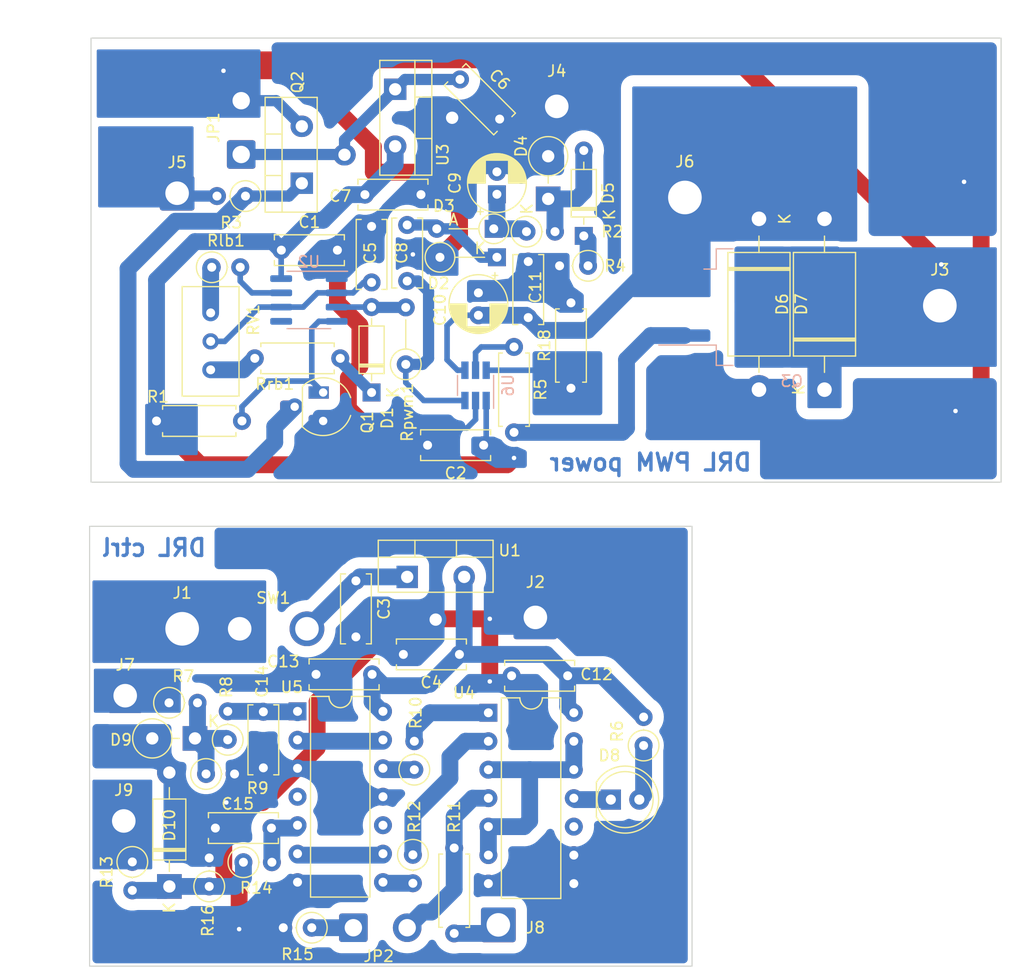
<source format=kicad_pcb>
(kicad_pcb (version 20221018) (generator pcbnew)
  (layers (0 "F.Cu" signal) (31 "B.Cu" signal) (34 "B.Paste" user) (35 "F.Paste" user) (36 "B.SilkS" user "B.Silkscreen") (37 "F.SilkS" user "F.Silkscreen") (38 "B.Mask" user) (39 "F.Mask" user) (44 "Edge.Cuts" user))
  (net 0 "")
  (net 1 "VCC2")
  (net 2 "GND2")
  (net 3 "GND")
  (net 4 "+BATT2")
  (net 5 "/U1_TR")
  (net 6 "Net-(JP1-A)")
  (net 7 "Net-(D3-K)")
  (net 8 "/V_BOOTSTRAP")
  (net 9 "Net-(D1-K)")
  (net 10 "/PWM")
  (net 11 "Net-(D5-K)")
  (net 12 "GND3")
  (net 13 "Net-(C14-Pad1)")
  (net 14 "Net-(C15-Pad1)")
  (net 15 "+BATT")
  (net 16 "VCC")
  (net 17 "/DOUBLED_VCC2")
  (net 18 "/HEADLIGHT")
  (net 19 "Net-(D8-K)")
  (net 20 "/HIGHBEAM")
  (net 21 "Net-(JP2-A)")
  (net 22 "Net-(JP2-B)")
  (net 23 "Net-(Q1-C)")
  (net 24 "/ALLOW_POWER_ON")
  (net 25 "Net-(U6-HO)")
  (net 26 "Net-(RV1-Pad3)")
  (net 27 "/U1_DISCH")
  (net 28 "Net-(RV1-Pad1)")
  (net 29 "Net-(SW1-B)")
  (net 31 "Net-(U4-Pad12)")
  (net 33 "Net-(U5-Pad13)")
  (net 35 "Net-(U5-Pad6)")
  (net 37 "Net-(D2-K)")
  (net 38 "Net-(D8-A)")
  (net 39 "Net-(Q3-G)")
  (net 40 "Net-(D9-K)")
  (net 41 "Net-(D10-K)")
  (net 42 "Net-(R10-Pad1)")
  (net 43 "Net-(R10-Pad2)")
  (net 44 "Net-(D1-A)")
  (net 45 "Net-(J5-Pin_1)")
  (net 46 "Net-(J8-Pin_1)")
  (net 47 "Net-(R12-Pad1)")
  (net 48 "Net-(R12-Pad2)")
  (net 49 "Net-(U6-VB)")
  (footprint "Capacitor_THT:C_Disc_D6.0mm_W2.5mm_P5.00mm" (layer "F.Cu") (at 47.117 68.62 -90)
    (fp_text reference "C3")
    (fp_text value "0.33uF")
  )
  (footprint "Capacitor_THT:CP_Radial_D5.0mm_P2.00mm" (layer "F.Cu") (at 58.039 42.926 -90)
    (fp_text reference "C10")
    (fp_text value "4.7uF")
  )
  (footprint "Capacitor_THT:C_Disc_D6.0mm_W2.5mm_P5.00mm" (layer "F.Cu") (at 56.348 75.184 180)
    (fp_text reference "C4")
    (fp_text value "0.1uF")
  )
  (footprint "Resistor_THT:R_Axial_DIN0207_L6.3mm_D2.5mm_P2.54mm_Vertical" (layer "F.Cu") (at 34.261 40.64)
    (fp_text reference "Rlb1")
    (fp_text value "51k")
  )
  (footprint "LED_THT:LED_D5.0mm" (layer "F.Cu") (at 69.85 88.138)
    (fp_text reference "D8")
    (fp_text value "LED")
  )
  (footprint "LIB:TO-220-3_Vertical-mod2" (layer "F.Cu") (at 50.617 24.765 -90)
    (fp_text reference "U3")
    (fp_text value "L7812")
  )
  (footprint "Potentiometer_THT:Potentiometer_Bourns_3296W_Vertical" (layer "F.Cu") (at 34.163 49.794 -90)
    (fp_text reference "RV1")
    (fp_text value "51k")
  )
  (footprint "Capacitor_THT:C_Disc_D6.0mm_W2.5mm_P5.00mm" (layer "F.Cu") (at 47.919 34.163)
    (fp_text reference "C7")
    (fp_text value "0.1uF")
  )
  (footprint "Resistor_THT:R_Axial_DIN0207_L6.3mm_D2.5mm_P2.54mm_Vertical" (layer "F.Cu") (at 35.687 82.804 90)
    (fp_text reference "R8")
    (fp_text value "47k")
  )
  (footprint "Capacitor_THT:C_Disc_D6.0mm_W2.5mm_P5.00mm" (layer "F.Cu") (at 66 77.089 180)
    (fp_text reference "C12")
    (fp_text value "0.1uF")
  )
  (footprint "Capacitor_THT:C_Disc_D6.0mm_W2.5mm_P5.00mm" (layer "F.Cu") (at 58.507 56.515 180)
    (fp_text reference "C2")
    (fp_text value "0.1u")
  )
  (footprint "Capacitor_THT:C_Disc_D6.0mm_W2.5mm_P5.00mm" (layer "F.Cu") (at 39.584 90.678 180)
    (fp_text reference "C15")
    (fp_text value "0.33uF")
  )
  (footprint "Diode_THT:D_DO-41_SOD81_P3.81mm_Vertical_KathodeUp" (layer "F.Cu") (at 64.262 34.544 90)
    (fp_text reference "D4")
    (fp_text value "1N4746A, 18V")
  )
  (footprint "Capacitor_THT:C_Disc_D6.0mm_W2.5mm_P5.00mm" (layer "F.Cu") (at 48.561 76.962 180)
    (fp_text reference "C13")
    (fp_text value "0.1uF")
  )
  (footprint "Resistor_THT:R_Axial_DIN0207_L6.3mm_D2.5mm_P2.54mm_Vertical" (layer "F.Cu") (at 27.178 93.696999 -90)
    (fp_text reference "R13")
    (fp_text value "1k")
  )
  (footprint "Connector_Wire:SolderWire-1.5sqmm_1x01_D1.7mm_OD3mm" (layer "F.Cu") (at 59.817 99.314)
    (fp_text reference "J8")
    (fp_text value "Conn_01x01_Pin")
  )
  (footprint "Resistor_THT:R_Axial_DIN0207_L6.3mm_D2.5mm_P7.62mm_Horizontal" (layer "F.Cu") (at 45.72 48.768 180)
    (fp_text reference "Rrb1")
    (fp_text value "1k")
  )
  (footprint "Capacitor_THT:C_Disc_D6.0mm_W2.5mm_P5.00mm" (layer "F.Cu") (at 51.689 36.87 -90)
    (fp_text reference "C8")
    (fp_text value "100nF")
  )
  (footprint "Resistor_THT:R_Axial_DIN0207_L6.3mm_D2.5mm_P2.54mm_Vertical" (layer "F.Cu") (at 67.818 40.513 180)
    (fp_text reference "R4")
    (fp_text value "51")
  )
  (footprint "Resistor_THT:R_Axial_DIN0207_L6.3mm_D2.5mm_P7.62mm_Horizontal" (layer "F.Cu") (at 29.337 54.356)
    (fp_text reference "R1")
    (fp_text value "10k..100k")
  )
  (footprint "Resistor_THT:R_Axial_DIN0207_L6.3mm_D2.5mm_P7.62mm_Horizontal" (layer "F.Cu") (at 55.88 92.456 -90)
    (fp_text reference "R11")
    (fp_text value "100")
  )
  (footprint "Resistor_THT:R_Axial_DIN0207_L6.3mm_D2.5mm_P7.62mm_Horizontal" (layer "F.Cu") (at 66.294 51.435 90)
    (fp_text reference "R18")
    (fp_text value "0R")
  )
  (footprint "Connector_Wire:SolderWire-1.5sqmm_1x01_D1.7mm_OD3mm" (layer "F.Cu") (at 26.543 78.867)
    (fp_text reference "J7")
    (fp_text value "Conn_01x01_Socket")
  )
  (footprint "Capacitor_THT:C_Disc_D6.0mm_W2.5mm_P5.00mm" (layer "F.Cu") (at 40.466 39.116)
    (fp_text reference "C1")
    (fp_text value "0.1u")
  )
  (footprint "Resistor_THT:R_Axial_DIN0207_L6.3mm_D2.5mm_P2.54mm_Vertical" (layer "F.Cu") (at 72.771 83.312 90)
    (fp_text reference "R6")
    (fp_text value "R")
  )
  (footprint "Capacitor_THT:C_Disc_D6.0mm_W2.5mm_P5.00mm" (layer "F.Cu") (at 56.398233 23.886233 -45)
    (fp_text reference "C6")
    (fp_text value "0.33uF")
  )
  (footprint "Resistor_THT:R_Axial_DIN0207_L6.3mm_D2.5mm_P2.54mm_Vertical" (layer "F.Cu") (at 52.324 85.471 90)
    (fp_text reference "R10")
    (fp_text value "1k")
  )
  (footprint "Capacitor_THT:CP_Radial_D5.0mm_P2.00mm" (layer "F.Cu") (at 59.69 34.131001 90)
    (fp_text reference "C9")
    (fp_text value "1uF")
  )
  (footprint "Connector_Wire:SolderWire-0.75sqmm_1x02_P4.8mm_D1.25mm_OD2.3mm" (layer "F.Cu") (at 36.8875 30.581001 90)
    (fp_text reference "JP1")
    (fp_text value "Jumper_2_Open")
  )
  (footprint "Resistor_THT:R_Axial_DIN0207_L6.3mm_D2.5mm_P7.62mm_Horizontal" (layer "F.Cu") (at 61.214 47.752 -90)
    (fp_text reference "R5")
    (fp_text value "1k")
  )
  (footprint "Connector_Wire:SolderWire-1.5sqmm_1x01_D1.7mm_OD3mm" (layer "F.Cu") (at 26.416 90.043)
    (fp_text reference "J9")
    (fp_text value "Conn_01x01_Socket")
  )
  (footprint "Capacitor_THT:C_Disc_D6.0mm_W2.5mm_P5.00mm" (layer "F.Cu") (at 62.484 40.132 -90)
    (fp_text reference "C11")
    (fp_text value "100nF")
  )
  (footprint "Connector_Wire:SolderWire-2.5sqmm_1x01_D2.4mm_OD3.6mm" (layer "F.Cu") (at 31.623 72.898)
    (fp_text reference "J1")
    (fp_text value "Conn_01x01_Socket")
  )
  (footprint "Resistor_THT:R_Axial_DIN0207_L6.3mm_D2.5mm_P2.54mm_Vertical" (layer "F.Cu") (at 33.753 85.852)
    (fp_text reference "R9")
    (fp_text value "100k")
  )
  (footprint "Diode_THT:D_DO-201AE_P15.24mm_Horizontal" (layer "F.Cu") (at 83.058 36.322 -90)
    (fp_text reference "D7")
    (fp_text value "1.5KE18A")
  )
  (footprint "Connector_Wire:SolderWire-1.5sqmm_1x02_P6mm_D1.7mm_OD3mm" (layer "F.Cu") (at 36.751 72.898)
    (fp_text reference "SW1")
    (fp_text value "SW_SPST")
  )
  (footprint "Diode_THT:D_DO-35_SOD27_P7.62mm_Horizontal" (layer "F.Cu") (at 48.514 51.816 90)
    (fp_text reference "D1")
    (fp_text value "BAT42")
  )
  (footprint "Capacitor_THT:C_Disc_D6.0mm_W2.5mm_P5.00mm" (layer "F.Cu") (at 38.862 80.304 -90)
    (fp_text reference "C14")
    (fp_text value "0.33uF")
  )
  (footprint "Resistor_THT:R_Axial_DIN0207_L6.3mm_D2.5mm_P5.08mm_Vertical" (layer "F.Cu") (at 51.562 49.305 90)
    (fp_text reference "Rpwm1")
    (fp_text value "1k")
  )
  (footprint "Resistor_THT:R_Axial_DIN0207_L6.3mm_D2.5mm_P2.54mm_Vertical" (layer "F.Cu") (at 37.084 93.726)
    (fp_text reference "R14")
    (fp_text value "47k")
  )
  (footprint "Diode_THT:D_DO-35_SOD27_P5.08mm_Vertical_AnodeUp" (layer "F.Cu") (at 59.407315 37.211 180)
    (fp_text reference "D3")
    (fp_text value "BAT42")
  )
  (footprint "Connector_Wire:SolderWire-1.5sqmm_1x01_D1.7mm_OD3.9mm" (layer "F.Cu") (at 63.119 71.882)
    (fp_text reference "J2")
    (fp_text value "Conn_01x01_Socket")
  )
  (footprint "Connector_Wire:SolderWire-2.5sqmm_1x01_D2.4mm_OD3.6mm" (layer "F.Cu") (at 76.454 34.417)
    (fp_text reference "J6")
    (fp_text value "Conn_01x01_Socket")
  )
  (footprint "Resistor_THT:R_Axial_DIN0207_L6.3mm_D2.5mm_P2.54mm_Vertical" (layer "F.Cu") (at 34.036 95.885 90)
    (fp_text reference "R16")
    (fp_text value "100k")
  )
  (footprint "Diode_THT:D_DO-35_SOD27_P7.62mm_Horizontal" (layer "F.Cu") (at 67.437 37.846 90)
    (fp_text reference "D5")
    (fp_text value "1N4148")
  )
  (footprint "Diode_THT:D_DO-41_SOD81_P10.16mm_Horizontal" (layer "F.Cu") (at 30.48 95.885 90)
    (fp_text reference "D10")
    (fp_text value "1N4742A")
  )
  (footprint "Resistor_THT:R_Axial_DIN0207_L6.3mm_D2.5mm_P2.54mm_Vertical" (layer "F.Cu") (at 30.451 79.502)
    (fp_text reference "R7")
    (fp_text value "1k")
  )
  (footprint "LIB:TO-220-3_Vertical-mod" (layer "F.Cu") (at 51.689 68.2685)
    (fp_text reference "U1")
    (fp_text value "L7812")
  )
  (footprint "Diode_THT:D_DO-41_SOD81_P3.81mm_Vertical_KathodeUp" (layer "F.Cu") (at 32.765999 82.677 180)
    (fp_text reference "D9")
    (fp_text value "1N4742A")
  )
  (footprint "Package_DIP:DIP-14_W7.62mm" (layer "F.Cu") (at 58.928 80.391)
    (fp_text reference "U4")
    (fp_text value "4001")
  )
  (footprint "Diode_THT:D_DO-35_SOD27_P5.08mm_Vertical_KathodeUp" (layer "F.Cu") (at 59.69 39.751 180)
    (fp_text reference "D2")
    (fp_text value "BAT42")
  )
  (footprint "Resistor_THT:R_Axial_DIN0207_L6.3mm_D2.5mm_P2.54mm_Vertical" (layer "F.Cu") (at 37.2685 34.29 180)
    (fp_text reference "R3")
    (fp_text value "10k")
  )
  (footprint "Resistor_THT:R_Axial_DIN0207_L6.3mm_D2.5mm_P2.54mm_Vertical" (layer "F.Cu") (at 43.18 99.568 180)
    (fp_text reference "R15")
    (fp_text value "R")
  )
  (footprint "Connector_Wire:SolderWire-1.5sqmm_1x01_D1.7mm_OD3mm" (layer "F.Cu") (at 31.1725 34.036)
    (fp_text reference "J5")
    (fp_text value "Conn_01x01_Socket")
  )
  (footprint "Connector_Wire:SolderWire-2.5sqmm_1x01_D2.4mm_OD3.6mm" (layer "F.Cu") (at 99.187 44.069)
    (fp_text reference "J3")
    (fp_text value "Conn_01x01_Socket")
  )
  (footprint "Resistor_THT:R_Axial_DIN0207_L6.3mm_D2.5mm_P2.54mm_Vertical" (layer "F.Cu") (at 52.197 93.061999 -90)
    (fp_text reference "R12")
    (fp_text value "1k")
  )
  (footprint "Connector_Wire:SolderWire-1.5sqmm_1x01_D1.7mm_OD3.9mm" (layer "F.Cu") (at 65.024 26.289)
    (fp_text reference "J4")
    (fp_text value "Conn_01x01_Socket")
  )
  (footprint "LIB:TO-220-3_Vertical-mod" (layer "F.Cu") (at 42.291 33.147 90)
    (fp_text reference "Q2")
    (fp_text value "IRF9540N")
  )
  (footprint "Resistor_THT:R_Axial_DIN0207_L6.3mm_D2.5mm_P2.54mm_Vertical" (layer "F.Cu") (at 62.328 37.465)
    (fp_text reference "R2")
    (fp_text value "1k")
  )
  (footprint "Diode_THT:D_DO-201AE_P15.24mm_Horizontal" (layer "F.Cu") (at 88.9 51.562 90)
    (fp_text reference "D6")
    (fp_text value "1.5KE18A")
  )
  (footprint "LIB:TO-92_HandSolder2" (layer "F.Cu") (at 44.196 51.816 -90)
    (fp_text reference "Q1")
    (fp_text value "BC548")
  )
  (footprint "Capacitor_THT:C_Disc_D6.0mm_W2.5mm_P5.00mm" (layer "F.Cu") (at 48.514 41.997 90)
    (fp_text reference "C5")
    (fp_text value "33n")
  )
  (footprint "Connector_Wire:SolderWire-0.75sqmm_1x02_P4.8mm_D1.25mm_OD2.3mm" (layer "F.Cu") (at 46.888999 99.568)
    (fp_text reference "JP2")
    (fp_text value "Jumper_2_Open")
  )
  (footprint "Package_DIP:DIP-14_W7.62mm" (layer "F.Cu") (at 41.91 80.264)
    (fp_text reference "U5")
    (fp_text value "4069")
  )
  (footprint "Package_TO_SOT_SMD:SOT-23-6_Handsoldering" (layer "B.Cu") (at 57.785 51.181 90)
    (fp_text reference "U6")
    (fp_text value "IRS10752LPbF")
  )
  (footprint "Package_TO_SOT_SMD:TO-263-2" (layer "B.Cu") (at 84.074 44.196)
    (fp_text reference "Q3")
    (fp_text value "IRFB3004PbF")
  )
  (footprint "Package_SO:SOIC-8_3.9x4.9mm_P1.27mm" (layer "B.Cu") (at 42.926 43.561 180)
    (fp_text reference "U2")
    (fp_text value "TLC555xP")
  )
  (gr_rect (start 23.495 20.193) (end 104.648 59.817) (stroke (width 0.1)) (fill none) (layer "Edge.Cuts"))
  (gr_rect (start 23.368 63.754) (end 77.089 102.997) (stroke (width 0.1)) (fill none) (layer "Edge.Cuts"))
  (gr_text "DRL PWM power" (at 82.55 58.928) (layer "B.Cu") (effects (font (size 1.5 1.5) (thickness 0.3) bold) (justify left bottom mirror)))
  (gr_text "DRL ctrl" (at 33.909 66.548) (layer "B.Cu") (effects (font (size 1.5 1.5) (thickness 0.3) bold) (justify left bottom mirror)))
  (segment (start 60.607 58.265) (end 61.214 57.658) (width 1.5) (layer "F.Cu") (net 1))
  (segment (start 29.337 54.356) (end 33.246 58.265) (width 1.5) (layer "F.Cu") (net 1))
  (segment (start 33.246 58.265) (end 60.607 58.265) (width 1.5) (layer "F.Cu") (net 1))
  (via (at 61.214 57.658) (size 0.8) (drill 0.4) (layers "F.Cu" "B.Cu") (net 1))
  (segment (start 40.451 39.131) (end 40.466 39.116) (width 0.5) (layer "B.Cu") (net 1))
  (segment (start 40.466 39.116) (end 43.133 36.449) (width 1.5) (layer "B.Cu") (net 1))
  (segment (start 50.617 31.465) (end 47.919 34.163) (width 1.5) (layer "B.Cu") (net 1))
  (segment (start 40.451 41.656) (end 40.451 39.131) (width 0.5) (layer "B.Cu") (net 1))
  (segment (start 32.766 38.354) (end 39.704 38.354) (width 1.5) (layer "B.Cu") (net 1))
  (segment (start 58.735 56.287) (end 58.507 56.515) (width 0.5) (layer "B.Cu") (net 1))
  (segment (start 43.133 36.449) (end 44.196 36.449) (width 1.5) (layer "B.Cu") (net 1))
  (segment (start 39.704 38.354) (end 40.466 39.116) (width 1.5) (layer "B.Cu") (net 1))
  (segment (start 50.617 29.845) (end 50.617 31.465) (width 1.5) (layer "B.Cu") (net 1))
  (segment (start 44.196 36.449) (end 46.482 34.163) (width 1.5) (layer "B.Cu") (net 1))
  (segment (start 29.337 54.356) (end 29.337 41.783) (width 1.5) (layer "B.Cu") (net 1))
  (segment (start 46.482 34.163) (end 47.919 34.163) (width 1.5) (layer "B.Cu") (net 1))
  (segment (start 58.735 52.531) (end 58.735 56.287) (width 0.5) (layer "B.Cu") (net 1))
  (segment (start 29.337 41.783) (end 32.766 38.354) (width 1.5) (layer "B.Cu") (net 1))
  (segment (start 49.713 56.515) (end 46.444874 53.246874) (width 1.5) (layer "F.Cu") (net 2))
  (segment (start 47.47 45.819) (end 45.466 43.815) (width 1.5) (layer "F.Cu") (net 2))
  (segment (start 46.444874 53.246874) (end 46.444874 50.518) (width 1.5) (layer "F.Cu") (net 2))
  (segment (start 102.87 51.181) (end 102.87 34.544) (width 1.5) (layer "F.Cu") (net 2))
  (segment (start 102.87 34.544) (end 101.346 33.02) (width 1.5) (layer "F.Cu") (net 2))
  (segment (start 46.444874 50.518) (end 47.47 49.492874) (width 1.5) (layer "F.Cu") (net 2))
  (segment (start 47.47 49.492874) (end 47.47 45.819) (width 1.5) (layer "F.Cu") (net 2))
  (segment (start 100.584 53.467) (end 102.87 51.181) (width 1.5) (layer "F.Cu") (net 2))
  (segment (start 53.507 56.515) (end 49.713 56.515) (width 1.5) (layer "F.Cu") (net 2))
  (segment (start 45.466 43.815) (end 45.466 39.116) (width 1.5) (layer "F.Cu") (net 2))
  (via (at 101.346 33.02) (size 0.8) (drill 0.4) (layers "F.Cu" "B.Cu") (net 2))
  (via (at 100.584 53.467) (size 0.8) (drill 0.4) (layers "F.Cu" "B.Cu") (net 2))
  (segment (start 57.023 54.991) (end 55.031 54.991) (width 0.5) (layer "B.Cu") (net 2))
  (segment (start 64.262 27.051) (end 65.024 26.289) (width 1) (layer "B.Cu") (net 2))
  (segment (start 57.785 52.531) (end 57.785 54.229) (width 0.5) (layer "B.Cu") (net 2))
  (segment (start 57.785 54.229) (end 57.023 54.991) (width 0.5) (layer "B.Cu") (net 2))
  (segment (start 55.031 54.991) (end 53.507 56.515) (width 0.5) (layer "B.Cu") (net 2))
  (segment (start 55.813767 27.421767) (end 55.697 27.305) (width 1) (layer "B.Cu") (net 2))
  (segment (start 45.466 41.591) (end 45.401 41.656) (width 0.5) (layer "B.Cu") (net 2))
  (segment (start 59.055 77.597) (end 59.055 72.009) (width 1.5) (layer "F.Cu") (net 3))
  (segment (start 43.66 79.388126) (end 43.66 83.528874) (width 1.5) (layer "F.Cu") (net 3))
  (segment (start 38.796874 88.392) (end 35.56 88.392) (width 1.5) (layer "F.Cu") (net 3))
  (segment (start 35.334 88.618) (end 35.334 94.708126) (width 1.5) (layer "F.Cu") (net 3))
  (segment (start 35.334 94.708126) (end 36.703 96.077126) (width 1.5) (layer "F.Cu") (net 3))
  (segment (start 35.56 88.392) (end 35.334 88.618) (width 1.5) (layer "F.Cu") (net 3))
  (segment (start 59.055 72.009) (end 51.039126 72.009) (width 1.5) (layer "F.Cu") (net 3))
  (segment (start 43.66 83.528874) (end 38.796874 88.392) (width 1.5) (layer "F.Cu") (net 3))
  (segment (start 36.703 96.077126) (end 36.703 99.695) (width 1.5) (layer "F.Cu") (net 3))
  (segment (start 51.039126 72.009) (end 43.66 79.388126) (width 1.5) (layer "F.Cu") (net 3))
  (via (at 36.703 99.695) (size 0.8) (drill 0.4) (layers "F.Cu" "B.Cu") (net 3))
  (via (at 35.56 88.392) (size 0.8) (drill 0.4) (layers "F.Cu" "B.Cu") (net 3))
  (via (at 59.055 77.597) (size 0.8) (drill 0.4) (layers "F.Cu" "B.Cu") (net 3))
  (via (at 59.055 72.009) (size 0.8) (drill 0.4) (layers "F.Cu" "B.Cu") (net 3))
  (segment (start 51.348 75.184) (end 51.348 74.9595) (width 1.5) (layer "B.Cu") (net 3))
  (segment (start 43.561 76.962) (end 43.775 76.962) (width 1.5) (layer "B.Cu") (net 3))
  (segment (start 54.864 39.497) (end 56.36 38.001) (width 1.5) (layer "F.Cu") (net 4))
  (segment (start 48.667 29.871) (end 41.91 23.114) (width 1.5) (layer "F.Cu") (net 4))
  (segment (start 52.197 39.497) (end 54.864 39.497) (width 1.5) (layer "F.Cu") (net 4))
  (segment (start 41.91 23.114) (end 35.306 23.114) (width 1.5) (layer "F.Cu") (net 4))
  (segment (start 48.667 32.157) (end 48.667 29.871) (width 1.5) (layer "F.Cu") (net 4))
  (segment (start 56.36 38.001) (end 56.36 35.129126) (width 1.5) (layer "F.Cu") (net 4))
  (segment (start 81.064233 22.136233) (end 99.314 40.386) (width 1.5) (layer "F.Cu") (net 4))
  (segment (start 56.36 35.129126) (end 53.387874 32.157) (width 1.5) (layer "F.Cu") (net 4))
  (segment (start 36.283767 22.136233) (end 81.064233 22.136233) (width 1.5) (layer "F.Cu") (net 4))
  (segment (start 35.306 23.114) (end 36.283767 22.136233) (width 1.5) (layer "F.Cu") (net 4))
  (segment (start 53.387874 32.157) (end 48.667 32.157) (width 1.5) (layer "F.Cu") (net 4))
  (via (at 52.197 39.497) (size 0.8) (drill 0.4) (layers "F.Cu" "B.Cu") (net 4))
  (via (at 99.314 40.386) (size 0.8) (drill 0.4) (layers "F.Cu" "B.Cu") (net 4))
  (via (at 35.306 23.114) (size 0.8) (drill 0.4) (layers "F.Cu" "B.Cu") (net 4))
  (segment (start 40.005001 25.781001) (end 42.291 28.067) (width 1) (layer "B.Cu") (net 4))
  (segment (start 36.8875 25.781001) (end 40.005001 25.781001) (width 1) (layer "B.Cu") (net 4))
  (segment (start 40.451 44.196) (end 38.481 44.196) (width 0.5) (layer "B.Cu") (net 5))
  (segment (start 46.863 42.926) (end 47.792 41.997) (width 0.5) (layer "B.Cu") (net 5))
  (segment (start 38.481 44.196) (end 35.423 47.254) (width 0.5) (layer "B.Cu") (net 5))
  (segment (start 40.451 44.196) (end 42.418 44.196) (width 0.5) (layer "B.Cu") (net 5))
  (segment (start 45.401 42.926) (end 46.863 42.926) (width 0.5) (layer "B.Cu") (net 5))
  (segment (start 43.688 42.926) (end 45.401 42.926) (width 0.5) (layer "B.Cu") (net 5))
  (segment (start 42.418 44.196) (end 43.688 42.926) (width 0.5) (layer "B.Cu") (net 5))
  (segment (start 47.792 41.997) (end 48.514 41.997) (width 0.5) (layer "B.Cu") (net 5))
  (segment (start 35.423 47.254) (end 34.163 47.254) (width 0.5) (layer "B.Cu") (net 5))
  (segment (start 46.075001 30.581001) (end 46.101 30.607) (width 1) (layer "B.Cu") (net 6))
  (segment (start 51.495767 23.886233) (end 50.617 24.765) (width 1) (layer "B.Cu") (net 6))
  (segment (start 46.101 29.281) (end 50.617 24.765) (width 1) (layer "B.Cu") (net 6))
  (segment (start 46.101 30.607) (end 46.101 29.281) (width 1) (layer "B.Cu") (net 6))
  (segment (start 56.398233 23.886233) (end 51.495767 23.886233) (width 1) (layer "B.Cu") (net 6))
  (segment (start 36.8875 30.581001) (end 46.075001 30.581001) (width 1) (layer "B.Cu") (net 6))
  (segment (start 59.69 37.211) (end 62.074 37.211) (width 1.5) (layer "B.Cu") (net 7))
  (segment (start 59.69 34.131001) (end 59.69 37.211) (width 1.5) (layer "B.Cu") (net 7))
  (segment (start 62.074 37.211) (end 62.328 37.465) (width 1.5) (layer "B.Cu") (net 7))
  (segment (start 66.294 43.815) (end 66.167 43.815) (width 1.5) (layer "B.Cu") (net 8))
  (segment (start 45.72 49.022) (end 48.514 51.816) (width 1) (layer "B.Cu") (net 9))
  (segment (start 45.72 48.768) (end 45.72 49.022) (width 1) (layer "B.Cu") (net 9))
  (segment (start 53.594 48.768) (end 53.594 42.799) (width 1) (layer "B.Cu") (net 10))
  (segment (start 53.594 42.799) (end 52.665 41.87) (width 1) (layer "B.Cu") (net 10))
  (segment (start 53.057 49.305) (end 53.594 48.768) (width 1) (layer "B.Cu") (net 10))
  (segment (start 56.835 52.531) (end 53.166 52.531) (width 0.5) (layer "B.Cu") (net 10))
  (segment (start 53.166 52.531) (end 51.562 50.927) (width 0.5) (layer "B.Cu") (net 10))
  (segment (start 52.665 41.87) (end 51.689 41.87) (width 1) (layer "B.Cu") (net 10))
  (segment (start 51.562 50.927) (end 51.562 49.305) (width 0.5) (layer "B.Cu") (net 10))
  (segment (start 51.562 49.305) (end 53.057 49.305) (width 1) (layer "B.Cu") (net 10))
  (segment (start 67.818 38.227) (end 67.437 37.846) (width 1.5) (layer "B.Cu") (net 11))
  (segment (start 67.818 40.513) (end 67.818 38.227) (width 1.5) (layer "B.Cu") (net 11))
  (segment (start 62.278 44.926) (end 62.484 45.132) (width 1.5) (layer "B.Cu") (net 12))
  (segment (start 56.166 44.926) (end 58.039 44.926) (width 0.5) (layer "B.Cu") (net 12))
  (segment (start 63.627 46.275) (end 62.484 45.132) (width 1.5) (layer "B.Cu") (net 12))
  (segment (start 58.039 44.926) (end 62.278 44.926) (width 1.5) (layer "B.Cu") (net 12))
  (segment (start 63.627 46.275) (end 67.771 46.275) (width 1.5) (layer "B.Cu") (net 12))
  (segment (start 56.181 49.831) (end 55.245 48.895) (width 0.5) (layer "B.Cu") (net 12))
  (segment (start 56.835 49.831) (end 56.181 49.831) (width 0.5) (layer "B.Cu") (net 12))
  (segment (start 67.771 46.275) (end 72.39 41.656) (width 1.5) (layer "B.Cu") (net 12))
  (segment (start 55.245 48.895) (end 55.245 45.847) (width 0.5) (layer "B.Cu") (net 12))
  (segment (start 55.245 45.847) (end 56.166 44.926) (width 0.5) (layer "B.Cu") (net 12))
  (segment (start 72.39 41.656) (end 76.424 41.656) (width 1.5) (layer "B.Cu") (net 12))
  (segment (start 38.822 80.264) (end 38.862 80.304) (width 1.5) (layer "B.Cu") (net 13))
  (segment (start 38.862 80.304) (end 41.823 80.304) (width 1.5) (layer "B.Cu") (net 13))
  (segment (start 41.823 80.304) (end 41.91 80.391) (width 1.5) (layer "B.Cu") (net 13))
  (segment (start 35.687 80.264) (end 38.822 80.264) (width 1.5) (layer "B.Cu") (net 13))
  (segment (start 39.624 90.718) (end 39.584 90.678) (width 1.5) (layer "B.Cu") (net 14))
  (segment (start 39.624 93.726) (end 39.624 90.718) (width 1.5) (layer "B.Cu") (net 14))
  (segment (start 41.783 90.678) (end 41.91 90.551) (width 1.5) (layer "B.Cu") (net 14))
  (segment (start 39.584 90.678) (end 41.783 90.678) (width 1.5) (layer "B.Cu") (net 14))
  (segment (start 31.623 72.898) (end 36.751 72.898) (width 1.5) (layer "B.Cu") (net 15))
  (segment (start 66 77.089) (end 66 79.843) (width 1.5) (layer "B.Cu") (net 16))
  (segment (start 48.561 79.422) (end 49.53 80.391) (width 1.5) (layer "B.Cu") (net 16))
  (segment (start 69.088 77.089) (end 72.771 80.772) (width 1.5) (layer "B.Cu") (net 16))
  (segment (start 53.213 77.978) (end 53.34 77.851) (width 1.5) (layer "B.Cu") (net 16))
  (segment (start 49.577 77.978) (end 53.213 77.978) (width 1.5) (layer "B.Cu") (net 16))
  (segment (start 66 77.089) (end 69.088 77.089) (width 1.5) (layer "B.Cu") (net 16))
  (segment (start 56.348 75.184) (end 64.095 75.184) (width 1.5) (layer "B.Cu") (net 16))
  (segment (start 48.561 76.962) (end 49.577 77.978) (width 1.5) (layer "B.Cu") (net 16))
  (segment (start 53.34 77.851) (end 53.681 77.851) (width 1.5) (layer "B.Cu") (net 16))
  (segment (start 66 79.843) (end 66.548 80.391) (width 1.5) (layer "B.Cu") (net 16))
  (segment (start 64.095 75.184) (end 66 77.089) (width 1.5) (layer "B.Cu") (net 16))
  (segment (start 48.561 76.962) (end 48.561 79.422) (width 1.5) (layer "B.Cu") (net 16))
  (segment (start 53.681 77.851) (end 56.348 75.184) (width 1.5) (layer "B.Cu") (net 16))
  (segment (start 56.769 74.763) (end 56.348 75.184) (width 1.5) (layer "B.Cu") (net 16))
  (segment (start 56.769 68.2685) (end 56.769 74.763) (width 1.5) (layer "B.Cu") (net 16))
  (segment (start 64.262 34.544) (end 66.802 34.544) (width 1.5) (layer "B.Cu") (net 17))
  (segment (start 67.437 33.909) (end 67.437 30.226) (width 1.5) (layer "B.Cu") (net 17))
  (segment (start 64.868 35.15) (end 64.262 34.544) (width 1.5) (layer "B.Cu") (net 17))
  (segment (start 64.868 37.465) (end 64.868 35.15) (width 1.5) (layer "B.Cu") (net 17))
  (segment (start 66.802 34.544) (end 67.437 33.909) (width 1.5) (layer "B.Cu") (net 17))
  (segment (start 66.675 88.138) (end 66.548 88.011) (width 1.5) (layer "B.Cu") (net 19))
  (segment (start 69.85 88.138) (end 66.675 88.138) (width 1.5) (layer "B.Cu") (net 19))
  (segment (start 43.18 99.568) (end 46.888999 99.568) (width 1.5) (layer "B.Cu") (net 21))
  (segment (start 51.688999 99.568) (end 53.085999 98.171) (width 1.5) (layer "B.Cu") (net 22))
  (segment (start 53.848 98.171) (end 55.88 96.139) (width 1.5) (layer "B.Cu") (net 22))
  (segment (start 55.88 96.139) (end 55.88 92.456) (width 1.5) (layer "B.Cu") (net 22))
  (segment (start 53.085999 98.171) (end 53.848 98.171) (width 1.5) (layer "B.Cu") (net 22))
  (segment (start 57.531 88.011) (end 58.928 88.011) (width 1.5) (layer "B.Cu") (net 22))
  (segment (start 55.88 89.662) (end 57.531 88.011) (width 1.5) (layer "B.Cu") (net 22))
  (segment (start 55.88 92.456) (end 55.88 89.662) (width 1.5) (layer "B.Cu") (net 22))
  (segment (start 43.18 50.8) (end 43.18 46.101) (width 0.5) (layer "B.Cu") (net 23))
  (segment (start 43.18 46.101) (end 43.815 45.466) (width 0.5) (layer "B.Cu") (net 23))
  (segment (start 44.196 51.816) (end 43.18 50.8) (width 0.5) (layer "B.Cu") (net 23))
  (segment (start 39.243 50.8) (end 43.18 50.8) (width 0.5) (layer "B.Cu") (net 23))
  (segment (start 36.957 54.356) (end 36.957 53.086) (width 0.5) (layer "B.Cu") (net 23))
  (segment (start 36.957 53.086) (end 39.243 50.8) (width 0.5) (layer "B.Cu") (net 23))
  (segment (start 43.815 45.466) (end 45.401 45.466) (width 0.5) (layer "B.Cu") (net 23))
  (segment (start 27.305 58.674) (end 37.465 58.674) (width 1.5) (layer "B.Cu") (net 24))
  (segment (start 39.878 56.261) (end 39.878 54.864) (width 1.5) (layer "B.Cu") (net 24))
  (segment (start 37.465 58.674) (end 39.878 56.261) (width 1.5) (layer "B.Cu") (net 24))
  (segment (start 35.0225 36.536) (end 31.028 36.536) (width 1.5) (layer "B.Cu") (net 24))
  (segment (start 26.797 58.166) (end 27.305 58.674) (width 1.5) (layer "B.Cu") (net 24))
  (segment (start 39.878 54.864) (end 41.656 53.086) (width 1.5) (layer "B.Cu") (net 24))
  (segment (start 26.797 40.767) (end 26.797 58.166) (width 1.5) (layer "B.Cu") (net 24))
  (segment (start 31.028 36.536) (end 26.797 40.767) (width 1.5) (layer "B.Cu") (net 24))
  (segment (start 41.148 34.29) (end 42.291 33.147) (width 1) (layer "B.Cu") (net 24))
  (segment (start 37.2685 34.29) (end 41.148 34.29) (width 1) (layer "B.Cu") (net 24))
  (segment (start 37.2685 34.29) (end 35.0225 36.536) (width 1.5) (layer "B.Cu") (net 24))
  (segment (start 57.785 48.26) (end 58.293 47.752) (width 0.5) (layer "B.Cu") (net 25))
  (segment (start 58.293 47.752) (end 61.214 47.752) (width 0.5) (layer "B.Cu") (net 25))
  (segment (start 57.785 49.831) (end 57.785 48.26) (width 0.5) (layer "B.Cu") (net 25))
  (segment (start 34.163 44.714) (end 34.163 40.738) (width 1.5) (layer "B.Cu") (net 26))
  (segment (start 34.163 40.738) (end 34.261 40.64) (width 1.5) (layer "B.Cu") (net 26))
  (segment (start 40.451 42.926) (end 37.846 42.926) (width 0.5) (layer "B.Cu") (net 27))
  (segment (start 36.801 41.881) (end 36.801 40.64) (width 0.5) (layer "B.Cu") (net 27))
  (segment (start 37.846 42.926) (end 36.801 41.881) (width 0.5) (layer "B.Cu") (net 27))
  (segment (start 37.074 49.794) (end 38.1 48.768) (width 1.5) (layer "B.Cu") (net 28))
  (segment (start 34.163 49.794) (end 37.074 49.794) (width 1.5) (layer "B.Cu") (net 28))
  (segment (start 37.983 48.651) (end 38.1 48.768) (width 1) (layer "B.Cu") (net 28))
  (segment (start 51.689 68.2685) (end 47.4685 68.2685) (width 1.5) (layer "B.Cu") (net 29))
  (segment (start 47.029 68.62) (end 42.751 72.898) (width 1.5) (layer "B.Cu") (net 29))
  (segment (start 47.4685 68.2685) (end 47.117 68.62) (width 1.5) (layer "B.Cu") (net 29))
  (segment (start 47.117 68.62) (end 47.029 68.62) (width 1.5) (layer "B.Cu") (net 29))
  (segment (start 66.548 85.471) (end 66.548 82.931) (width 1.5) (layer "B.Cu") (net 31))
  (segment (start 58.928 85.471) (end 62.611 85.471) (width 1.5) (layer "B.Cu") (net 31))
  (segment (start 58.928 90.551) (end 62.103 90.551) (width 1.5) (layer "B.Cu") (net 31))
  (segment (start 62.611 90.043) (end 62.611 85.471) (width 1.5) (layer "B.Cu") (net 31))
  (segment (start 58.928 93.091) (end 58.928 90.551) (width 1.5) (layer "B.Cu") (net 31))
  (segment (start 62.611 85.471) (end 66.548 85.471) (width 1.5) (layer "B.Cu") (net 31))
  (segment (start 62.103 90.551) (end 62.611 90.043) (width 1.5) (layer "B.Cu") (net 31))
  (segment (start 41.91 82.931) (end 49.53 82.931) (width 1.5) (layer "B.Cu") (net 33))
  (segment (start 41.91 93.091) (end 49.53 93.091) (width 1.5) (layer "B.Cu") (net 35))
  (segment (start 51.689 36.87) (end 54.269 36.87) (width 1) (layer "B.Cu") (net 37))
  (segment (start 58.293 39.751) (end 55.753 37.211) (width 1) (layer "B.Cu") (net 37))
  (segment (start 59.69 39.751) (end 58.293 39.751) (width 1) (layer "B.Cu") (net 37))
  (segment (start 55.753 37.211) (end 54.61 37.211) (width 1) (layer "B.Cu") (net 37))
  (segment (start 54.269 36.87) (end 54.61 37.211) (width 1) (layer "B.Cu") (net 37))
  (segment (start 72.771 83.312) (end 72.771 87.757) (width 1.5) (layer "B.Cu") (net 38))
  (segment (start 72.771 87.757) (end 72.39 88.138) (width 1.5) (layer "B.Cu") (net 38))
  (segment (start 70.866 55.372) (end 71.247 54.991) (width 1.5) (layer "B.Cu") (net 39))
  (segment (start 73.406 46.736) (end 76.424 46.736) (width 1.5) (layer "B.Cu") (net 39))
  (segment (start 61.214 55.372) (end 70.866 55.372) (width 1.5) (layer "B.Cu") (net 39))
  (segment (start 71.247 54.991) (end 71.247 48.895) (width 1.5) (layer "B.Cu") (net 39))
  (segment (start 71.247 48.895) (end 73.406 46.736) (width 1.5) (layer "B.Cu") (net 39))
  (segment (start 35.56 82.677) (end 35.687 82.804) (width 1.5) (layer "B.Cu") (net 40))
  (segment (start 33.753 85.852) (end 33.753 83.664001) (width 1.5) (layer "B.Cu") (net 40))
  (segment (start 32.991 79.502) (end 32.991 82.451999) (width 1.5) (layer "B.Cu") (net 40))
  (segment (start 32.991 82.451999) (end 32.765999 82.677) (width 1.5) (layer "B.Cu") (net 40))
  (segment (start 33.753 83.664001) (end 32.765999 82.677) (width 1.5) (layer "B.Cu") (net 40))
  (segment (start 32.765999 82.677) (end 35.56 82.677) (width 1.5) (layer "B.Cu") (net 40))
  (segment (start 37.084 95.123) (end 37.084 93.726) (width 1.5) (layer "B.Cu") (net 41))
  (segment (start 30.48 95.885) (end 34.036 95.885) (width 1.5) (layer "B.Cu") (net 41))
  (segment (start 34.036 95.885) (end 36.322 95.885) (width 1.5) (layer "B.Cu") (net 41))
  (segment (start 36.322 95.885) (end 37.084 95.123) (width 1.5) (layer "B.Cu") (net 41))
  (segment (start 27.178 96.236999) (end 30.128001 96.236999) (width 1.5) (layer "B.Cu") (net 41))
  (segment (start 30.128001 96.236999) (end 30.48 95.885) (width 1.5) (layer "B.Cu") (net 41))
  (segment (start 52.324 85.471) (end 49.53 85.471) (width 1.5) (layer "B.Cu") (net 42))
  (segment (start 52.324 82.931) (end 52.324 81.788) (width 1.5) (layer "B.Cu") (net 43))
  (segment (start 52.324 81.788) (end 53.721 80.391) (width 1.5) (layer "B.Cu") (net 43))
  (segment (start 53.721 80.391) (end 58.928 80.391) (width 1.5) (layer "B.Cu") (net 43))
  (segment (start 48.543 44.225) (end 48.514 44.196) (width 1) (layer "B.Cu") (net 44))
  (segment (start 51.562 44.225) (end 48.543 44.225) (width 1) (layer "B.Cu") (net 44))
  (segment (start 48.514 44.196) (end 45.401 44.196) (width 0.5) (layer "B.Cu") (net 44))
  (segment (start 34.7285 34.29) (end 31.4265 34.29) (width 1) (layer "B.Cu") (net 45))
  (segment (start 31.4265 34.29) (end 31.1725 34.036) (width 1) (layer "B.Cu") (net 45))
  (segment (start 55.88 100.076) (end 59.055 100.076) (width 1.5) (layer "B.Cu") (net 46))
  (segment (start 59.055 100.076) (end 59.817 99.314) (width 1.5) (layer "B.Cu") (net 46))
  (segment (start 52.197 93.061999) (end 52.197 89.535) (width 1.5) (layer "B.Cu") (net 47))
  (segment (start 56.896 82.931) (end 58.928 82.931) (width 1.5) (layer "B.Cu") (net 47))
  (segment (start 55.499 86.233) (end 55.499 84.328) (width 1.5) (layer "B.Cu") (net 47))
  (segment (start 52.197 89.535) (end 55.499 86.233) (width 1.5) (layer "B.Cu") (net 47))
  (segment (start 55.499 84.328) (end 56.896 82.931) (width 1.5) (layer "B.Cu") (net 47))
  (segment (start 49.559001 95.601999) (end 49.53 95.631) (width 1.5) (layer "B.Cu") (net 48))
  (segment (start 52.197 95.601999) (end 49.559001 95.601999) (width 1.5) (layer "B.Cu") (net 48))
  (segment (start 58.735 49.831) (end 64.69 49.831) (width 0.5) (layer "B.Cu") (net 49))
  (zone (net 3) (net_name "GND") (layer "B.Cu") (connect_pads yes (clearance 1)) (min_thickness 0.75) (fill yes (thermal_gap 1) (thermal_bridge_width 1))
    (polygon (pts (xy 23.622 63.881) (xy 76.708 63.881) (xy 76.708 102.743) (xy 23.622 102.743)))
  )
  (zone (net 1) (net_name "VCC2") (layer "B.Cu") (priority 5) (connect_pads yes (clearance 0.5)) (min_thickness 0.25) (fill yes (thermal_gap 0.5) (thermal_bridge_width 0.5))
    (polygon (pts (xy 28.321 52.832) (xy 28.321 57.404) (xy 33.02 57.404) (xy 33.02 52.832)))
  )
  (zone (net 45) (net_name "Net-(J5-Pin_1)") (layer "B.Cu") (priority 6) (connect_pads yes (clearance 0.5)) (min_thickness 0.25) (fill yes (thermal_gap 1) (thermal_bridge_width 1))
    (polygon (pts (xy 32.639 35.306) (xy 32.639 28.067) (xy 24.13 28.067) (xy 24.13 35.306)))
  )
  (zone (net 1) (net_name "VCC2") (layer "B.Cu") (priority 4) (connect_pads yes (clearance 0.5)) (min_thickness 0.5) (fill yes (thermal_gap 1) (thermal_bridge_width 1))
    (polygon (pts (xy 57.404 55.753) (xy 57.404 57.277) (xy 59.563 58.547) (xy 62.357 58.547) (xy 62.357 57.023) (xy 59.436 55.753)))
  )
  (zone (net 4) (net_name "+BATT2") (layer "B.Cu") (priority 3) (connect_pads yes (clearance 0.5)) (min_thickness 0.25) (fill yes (thermal_gap 0.5) (thermal_bridge_width 0.5))
    (polygon (pts (xy 38.608 27.305) (xy 38.608 21.209) (xy 24.003 21.209) (xy 24.003 27.305)))
  )
  (zone (net 15) (net_name "+BATT") (layer "B.Cu") (priority 7) (connect_pads yes (clearance 0.5)) (min_thickness 0.25) (fill yes (thermal_gap 0.5) (thermal_bridge_width 0.5))
    (polygon (pts (xy 23.622 68.58) (xy 23.622 75.946) (xy 39.116 75.946) (xy 39.116 68.58)))
  )
  (zone (net 2) (net_name "GND2") (layer "B.Cu") (connect_pads yes (clearance 1)) (min_thickness 1) (fill yes (thermal_gap 1) (thermal_bridge_width 1))
    (polygon (pts (xy 23.749 20.574) (xy 23.876 59.563) (xy 104.267 59.563) (xy 104.267 20.574)))
  )
  (zone (net 49) (net_name "Net-(U6-VB)") (layer "B.Cu") (priority 10) (connect_pads yes (clearance 0.5)) (min_thickness 0.5) (fill yes (thermal_gap 1) (thermal_bridge_width 1))
    (polygon (pts (xy 62.865 53.848) (xy 69.088 53.848) (xy 69.088 48.133) (xy 62.865 48.133)))
  )
  (zone (net 18) (net_name "/HEADLIGHT") (layer "B.Cu") (priority 9) (connect_pads yes (clearance 0.5)) (min_thickness 0.25) (fill yes (thermal_gap 0.5) (thermal_bridge_width 0.5))
    (polygon (pts (xy 23.749 76.454) (xy 31.496 76.454) (xy 31.496 80.391) (xy 23.749 80.391)))
  )
  (zone (net 20) (net_name "/HIGHBEAM") (layer "B.Cu") (priority 8) (connect_pads yes (clearance 0.5)) (min_thickness 0.25) (fill yes (thermal_gap 0.5) (thermal_bridge_width 0.5))
    (polygon (pts (xy 23.622 86.36) (xy 28.956 86.36) (xy 28.956 94.361) (xy 23.622 94.361)))
  )
  (zone (net 8) (net_name "/V_BOOTSTRAP") (layer "B.Cu") (priority 11) (connect_pads yes (clearance 0.5)) (min_thickness 0.5) (fill yes (thermal_gap 1) (thermal_bridge_width 1) (smoothing fillet) (radius 0.25))
    (polygon (pts (xy 57.023 43.815) (xy 64.008 43.815) (xy 65.278 44.704) (xy 67.437 44.704) (xy 67.437 43.053) (xy 66.548 42.418) (xy 66.167 41.656) (xy 66.167 39.37) (xy 61.595 39.37) (xy 61.341 41.021) (xy 60.706 41.656) (xy 59.69 41.783) (xy 57.023 41.783)))
  )
  (zone (net 4) (net_name "+BATT2") (layer "B.Cu") (priority 1) (connect_pads yes (clearance 0.5)) (min_thickness 0.25) (fill yes (thermal_gap 0.5) (thermal_bridge_width 0.5))
    (polygon (pts (xy 87.376 49.53) (xy 87.376 53.213) (xy 90.424 53.213) (xy 90.424 49.53) (xy 104.267 49.53) (xy 104.267 38.862) (xy 81.026 38.862) (xy 81.026 49.53)))
  )
  (zone (net 4) (net_name "+BATT2") (layer "B.Cu") (priority 2) (connect_pads yes (clearance 0.5)) (min_thickness 0.25) (fill yes (thermal_gap 0.5) (thermal_bridge_width 0.5))
    (polygon (pts (xy 53.213 41.275) (xy 53.721 41.275) (xy 53.721 41.402) (xy 56.261 41.402) (xy 56.261 37.973) (xy 50.673 37.973) (xy 50.673 41.275) (xy 52.959 41.275)))
  )
  (zone (net 12) (net_name "GND3") (layer "B.Cu") (connect_pads yes (clearance 0.5)) (min_thickness 0.25) (fill yes (thermal_gap 0.5) (thermal_bridge_width 0.5))
    (polygon (pts (xy 71.755 24.511) (xy 71.755 43.307) (xy 78.74 43.307) (xy 78.74 38.354) (xy 91.821 38.354) (xy 91.821 24.511)))
  )
)
</source>
